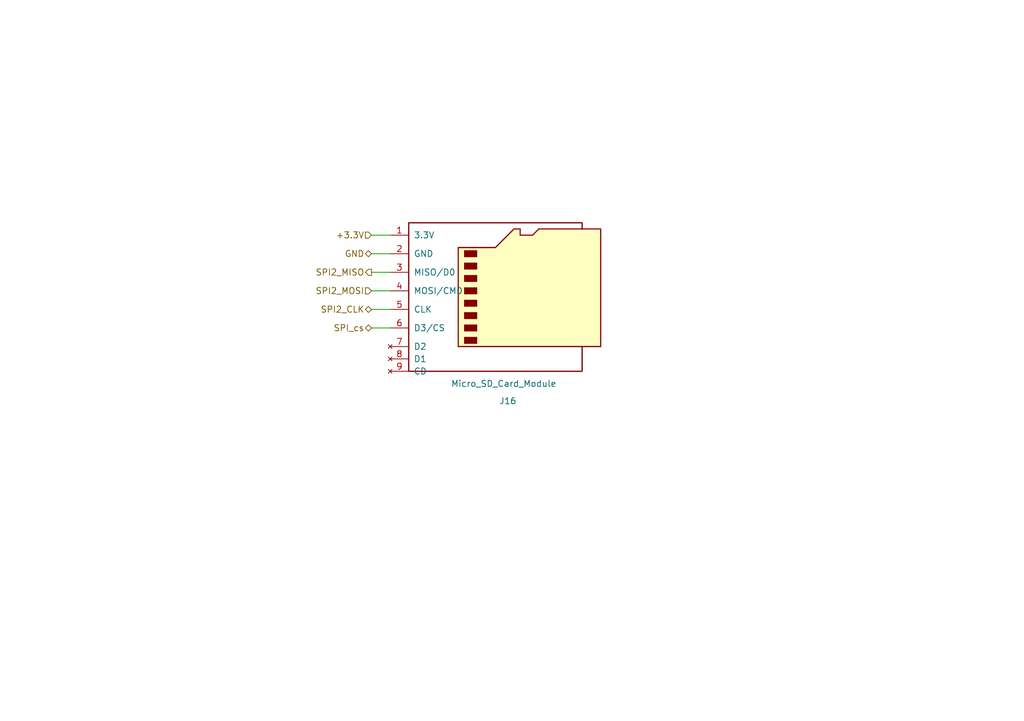
<source format=kicad_sch>
(kicad_sch (version 20231120) (generator "eeschema") (generator_version "8.0")
  (paper "A5")
  (title_block (title "SD card reader") (date "2024-12-28"))
  (lib_symbols
    (symbol "Connector:Micro_SD_Card" (pin_names (offset 1.016))
      (property "Reference" "J16" (at -0.508 -22.606 0))
      (property "Value" "Micro_SD_Card_Module" (at -10.414 -19.05 0))
      (symbol "Micro_SD_Card_0_1"
        (rectangle (start -7.62 -9.525) (end -5.08 -10.795) (fill (type outline)))
        (rectangle (start -7.62 -6.985) (end -5.08 -8.255) (fill (type outline)))
        (rectangle (start -7.62 -4.445) (end -5.08 -5.715) (fill (type outline)))
        (rectangle (start -7.62 -1.905) (end -5.08 -3.175) (fill (type outline)))
        (rectangle (start -7.62 0.635) (end -5.08 -0.635) (fill (type outline)))
        (rectangle (start -7.62 3.175) (end -5.08 1.905) (fill (type outline)))
        (rectangle (start -7.62 5.715) (end -5.08 4.445) (fill (type outline)))
        (rectangle (start -7.62 8.255) (end -5.08 6.985) (fill (type outline)))
        (polyline (pts (xy 16.51 12.7) (xy 16.51 13.97) (xy -19.05 13.97) (xy -19.05 -16.51) (xy 16.51 -16.51) (xy 16.51 -11.43)) (stroke (width 0.254)))
        (polyline (pts (xy -8.89 -11.43) (xy -8.89 8.89) (xy -1.27 8.89) (xy 2.54 12.7) (xy 3.81 12.7) (xy 3.81 11.43) (xy 6.35 11.43) (xy 7.62 12.7) (xy 20.32 12.7) (xy 20.32 -11.43) (xy -8.89 -11.43)) (stroke (width 0.254)) (fill (type background)))
      )
      (symbol "Micro_SD_Card_1_1"
        (pin passive line (at -22.86 11.43 0) (length 3.81) (name "3.3V") (number "1"))
        (pin passive line (at -22.86 7.62 0) (length 3.81) (name "GND") (number "2"))
        (pin passive line (at -22.86 3.81 0) (length 3.81) (name "MISO/D0") (number "3"))
        (pin passive line (at -22.86 0 0) (length 3.81) (name "MOSI/CMD") (number "4"))
        (pin passive line (at -22.86 -3.81 0) (length 3.81) (name "CLK") (number "5"))
        (pin passive line (at -22.86 -7.62 0) (length 3.81) (name "D3/CS") (number "6"))
        (pin no_connect line (at -22.86 -11.43 0) (length 3.81) (name "D2") (number "7"))
        (pin no_connect line (at -22.86 -13.97 0) (length 3.81) (name "D1") (number "8"))
        (pin no_connect line (at -22.86 -16.51 0) (length 3.81) (name "CD") (number "9"))
      )
    )
  )
  (wire (pts (xy 76.2 55.88) (xy 80.01 55.88)))
  (wire (pts (xy 76.2 59.69) (xy 80.01 59.69)))
  (wire (pts (xy 76.2 48.26) (xy 80.01 48.26)))
  (wire (pts (xy 76.2 52.07) (xy 80.01 52.07)))
  (wire (pts (xy 76.2 63.5) (xy 80.01 63.5)))
  (wire (pts (xy 76.2 67.31) (xy 80.01 67.31)))
  (hierarchical_label "SPI2_MOSI" (shape input) (at 76.2 59.69 180))
  (hierarchical_label "SPI2_CLK" (shape bidirectional) (at 76.2 63.5 180))
  (hierarchical_label "SPI2_MISO" (shape output) (at 76.2 55.88 180))
  (hierarchical_label "GND" (shape bidirectional) (at 76.2 52.07 180))
  (hierarchical_label "+3.3V" (shape input) (at 76.2 48.26 180))
  (hierarchical_label "SPI_cs" (shape bidirectional) (at 76.2 67.31 180))
  (symbol (lib_id "Connector:Micro_SD_Card") (at 102.87 59.69 0) (unit 1)
    (property "Reference" "J16" (at 102.362 82.296 0) (effects (justify left)))
    (property "Value" "Micro_SD_Card_Module" (at 92.456 78.74 0) (effects (justify left)))
    (property "Footprint" "Library:SC_READER" (effects (hide yes)))
    (property "Description" "Micro SD Card Socket" (effects (hide yes)))
  )
)
</source>
